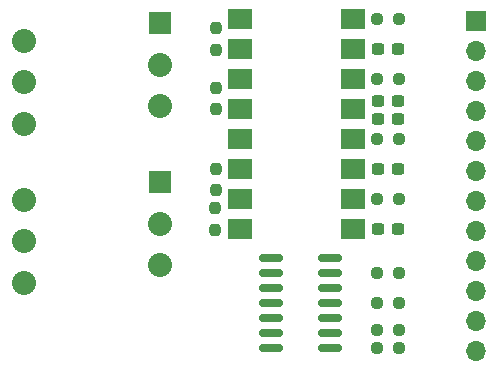
<source format=gts>
G04 #@! TF.GenerationSoftware,KiCad,Pcbnew,(6.0.0)*
G04 #@! TF.CreationDate,2022-04-17T00:14:55-07:00*
G04 #@! TF.ProjectId,4 Channel Screw term,34204368-616e-46e6-956c-205363726577,rev?*
G04 #@! TF.SameCoordinates,Original*
G04 #@! TF.FileFunction,Soldermask,Top*
G04 #@! TF.FilePolarity,Negative*
%FSLAX46Y46*%
G04 Gerber Fmt 4.6, Leading zero omitted, Abs format (unit mm)*
G04 Created by KiCad (PCBNEW (6.0.0)) date 2022-04-17 00:14:55*
%MOMM*%
%LPD*%
G01*
G04 APERTURE LIST*
G04 Aperture macros list*
%AMRoundRect*
0 Rectangle with rounded corners*
0 $1 Rounding radius*
0 $2 $3 $4 $5 $6 $7 $8 $9 X,Y pos of 4 corners*
0 Add a 4 corners polygon primitive as box body*
4,1,4,$2,$3,$4,$5,$6,$7,$8,$9,$2,$3,0*
0 Add four circle primitives for the rounded corners*
1,1,$1+$1,$2,$3*
1,1,$1+$1,$4,$5*
1,1,$1+$1,$6,$7*
1,1,$1+$1,$8,$9*
0 Add four rect primitives between the rounded corners*
20,1,$1+$1,$2,$3,$4,$5,0*
20,1,$1+$1,$4,$5,$6,$7,0*
20,1,$1+$1,$6,$7,$8,$9,0*
20,1,$1+$1,$8,$9,$2,$3,0*%
G04 Aperture macros list end*
%ADD10RoundRect,0.150000X-0.825000X-0.150000X0.825000X-0.150000X0.825000X0.150000X-0.825000X0.150000X0*%
%ADD11RoundRect,0.237500X0.250000X0.237500X-0.250000X0.237500X-0.250000X-0.237500X0.250000X-0.237500X0*%
%ADD12RoundRect,0.237500X0.237500X-0.250000X0.237500X0.250000X-0.237500X0.250000X-0.237500X-0.250000X0*%
%ADD13RoundRect,0.237500X-0.237500X0.250000X-0.237500X-0.250000X0.237500X-0.250000X0.237500X0.250000X0*%
%ADD14RoundRect,0.237500X0.300000X0.237500X-0.300000X0.237500X-0.300000X-0.237500X0.300000X-0.237500X0*%
%ADD15R,2.000000X1.780000*%
%ADD16C,2.032098*%
%ADD17C,2.032000*%
%ADD18R,1.900000X1.900000*%
%ADD19R,1.700000X1.700000*%
%ADD20O,1.700000X1.700000*%
G04 APERTURE END LIST*
D10*
X168075000Y-83540000D03*
X168075000Y-84810000D03*
X168075000Y-86080000D03*
X168075000Y-87350000D03*
X168075000Y-88620000D03*
X168075000Y-89890000D03*
X168075000Y-91160000D03*
X173025000Y-91160000D03*
X173025000Y-89890000D03*
X173025000Y-88620000D03*
X173025000Y-87350000D03*
X173025000Y-86080000D03*
X173025000Y-84810000D03*
X173025000Y-83540000D03*
D11*
X178902500Y-91160000D03*
X177077500Y-91160000D03*
X178902500Y-89640000D03*
X177077500Y-89640000D03*
X178902500Y-87350000D03*
X177077500Y-87350000D03*
X178902500Y-84810000D03*
X177077500Y-84810000D03*
X178892500Y-78600000D03*
X177067500Y-78600000D03*
X178892500Y-73510000D03*
X177067500Y-73510000D03*
X178892500Y-68440000D03*
X177067500Y-68440000D03*
X178902500Y-63360000D03*
X177077500Y-63360000D03*
D12*
X163360000Y-81172500D03*
X163360000Y-79347500D03*
D13*
X163370000Y-75987500D03*
X163370000Y-77812500D03*
D12*
X163370000Y-70972500D03*
X163370000Y-69147500D03*
X163370000Y-65902500D03*
X163370000Y-64077500D03*
D14*
X178852500Y-76050000D03*
X177127500Y-76050000D03*
X178832500Y-71750000D03*
X177107500Y-71750000D03*
X178832500Y-70230000D03*
X177107500Y-70230000D03*
X178842500Y-65890000D03*
X177117500Y-65890000D03*
X178852500Y-81140000D03*
X177127500Y-81140000D03*
D15*
X165445000Y-63360000D03*
X174975000Y-81140000D03*
X165445000Y-65900000D03*
X174975000Y-78600000D03*
X165445000Y-68440000D03*
X174975000Y-76060000D03*
X165445000Y-70980000D03*
X174975000Y-73520000D03*
X165445000Y-73520000D03*
X174975000Y-70980000D03*
X165445000Y-76060000D03*
X174975000Y-68440000D03*
X165445000Y-78600000D03*
X174975000Y-65900000D03*
X165445000Y-81140000D03*
X174975000Y-63360000D03*
D16*
X147140000Y-85650000D03*
D17*
X147140000Y-82150000D03*
X147140000Y-78650000D03*
X158640000Y-84150000D03*
X158640000Y-80650000D03*
D18*
X158640000Y-77150000D03*
D19*
X185420000Y-63500000D03*
D20*
X185420000Y-66040000D03*
X185420000Y-68580000D03*
X185420000Y-71120000D03*
X185420000Y-73660000D03*
X185420000Y-76200000D03*
X185420000Y-78740000D03*
X185420000Y-81280000D03*
X185420000Y-83820000D03*
X185420000Y-86360000D03*
X185420000Y-88900000D03*
X185420000Y-91440000D03*
D16*
X147140000Y-72190000D03*
D17*
X147140000Y-68690000D03*
X147140000Y-65190000D03*
X158640000Y-70690000D03*
X158640000Y-67190000D03*
D18*
X158640000Y-63690000D03*
M02*

</source>
